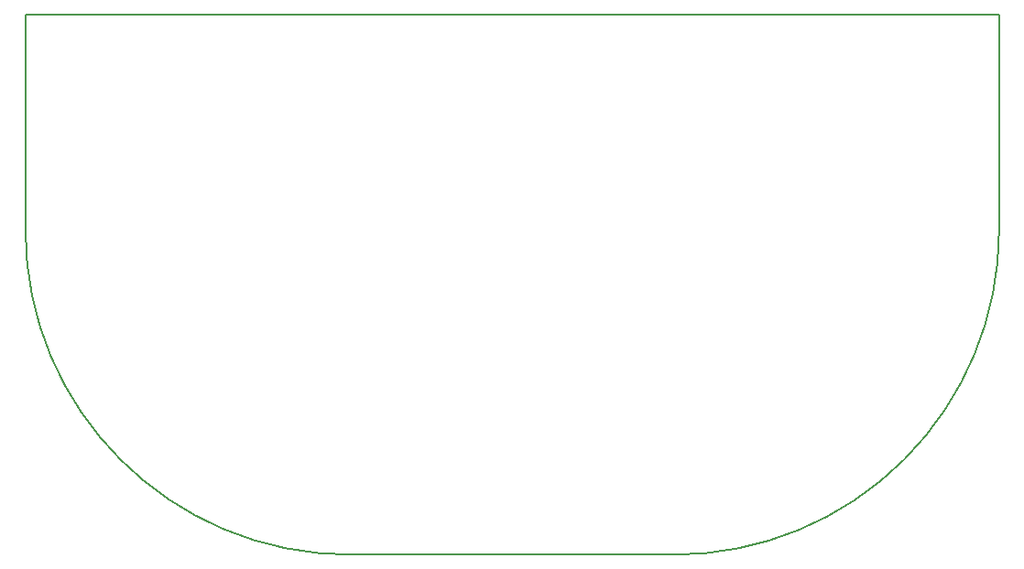
<source format=gbr>
G04 #@! TF.GenerationSoftware,KiCad,Pcbnew,(5.0.1)-3*
G04 #@! TF.CreationDate,2019-11-22T01:03:25+00:00*
G04 #@! TF.ProjectId,non-laser case,6E6F6E2D6C6173657220636173652E6B,rev?*
G04 #@! TF.SameCoordinates,Original*
G04 #@! TF.FileFunction,Profile,NP*
%FSLAX46Y46*%
G04 Gerber Fmt 4.6, Leading zero omitted, Abs format (unit mm)*
G04 Created by KiCad (PCBNEW (5.0.1)-3) date 22/11/2019 01:03:25*
%MOMM*%
%LPD*%
G01*
G04 APERTURE LIST*
%ADD10C,0.150000*%
%ADD11C,0.200000*%
G04 APERTURE END LIST*
D10*
X165000000Y-140000000D02*
X195000000Y-140000000D01*
X225000000Y-110000000D02*
G75*
G02X195000000Y-140000000I-30000000J0D01*
G01*
X165000000Y-140000000D02*
G75*
G02X135000000Y-110000000I0J30000000D01*
G01*
D11*
X225000000Y-90000000D02*
X225000000Y-110000000D01*
X135000000Y-90000000D02*
X225000000Y-90000000D01*
X135000000Y-90000000D02*
X135000000Y-110000000D01*
M02*

</source>
